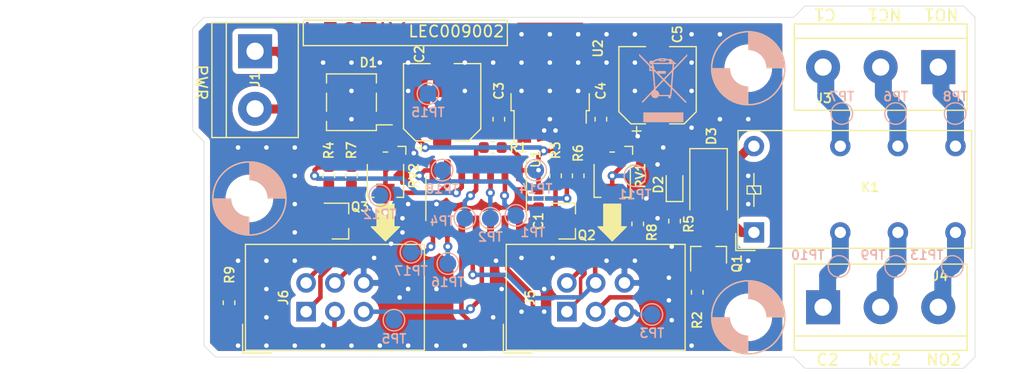
<source format=kicad_pcb>
(kicad_pcb (version 20211014) (generator pcbnew)
  (layers (0 "F.Cu" signal) (31 "B.Cu" signal) (34 "B.Paste" user) (35 "F.Paste" user) (36 "B.SilkS" user "B.Silkscreen") (37 "F.SilkS" user "F.Silkscreen") (38 "B.Mask" user) (39 "F.Mask" user) (44 "Edge.Cuts" user))
  (net 0 "")
  (net 1 "GND")
  (net 2 "+5V")
  (net 3 "Net-(C2-Pad1)")
  (net 4 "Net-(D1-Pad4)")
  (net 5 "Net-(D1-Pad3)")
  (net 6 "Net-(D2-Pad1)")
  (net 7 "Net-(D3-Pad2)")
  (net 8 "/MOSI-IR_LED")
  (net 9 "/C1")
  (net 10 "/R1")
  (net 11 "/T1")
  (net 12 "/T2")
  (net 13 "/R2")
  (net 14 "/C2")
  (net 15 "Net-(Q1-Pad1)")
  (net 16 "Net-(Q2-Pad1)")
  (net 17 "Net-(Q3-Pad1)")
  (net 18 "/RELAY")
  (net 19 "/IR_SENSOR")
  (net 20 "Net-(J5-Pad3)")
  (net 21 "Net-(J5-Pad2)")
  (net 22 "Net-(J5-Pad1)")
  (net 23 "Net-(J6-Pad3)")
  (net 24 "Net-(J6-Pad2)")
  (net 25 "Net-(J6-Pad1)")
  (net 26 "/nRS")
  (net 27 "/SCK")
  (net 28 "/MISO")
  (net 29 "/MODE_SENSOR_1")
  (net 30 "/MODE_SENSOR_2")
  (net 31 "/IR_SENSOR_2")
  (net 32 "/IR_LED_2")
  (net 33 "Net-(TP1-Pad1)")
  (net 34 "Net-(TP2-Pad1)")
  (footprint "Capacitor_SMD:C_0603_1608Metric" (layer "F.Cu") (at 76.5 37 -90)
    (fp_text reference "C1")
    (fp_text value "100nF")
  )
  (footprint "0_capacitors:CP_Elec_6.3x5.8" (layer "F.Cu") (at 68 28.5 90)
    (fp_text reference "C2")
    (fp_text value "100uF")
  )
  (footprint "Capacitor_SMD:C_0603_1608Metric" (layer "F.Cu") (at 73 30 90)
    (fp_text reference "C3")
    (fp_text value "100nF")
  )
  (footprint "Capacitor_SMD:C_0603_1608Metric" (layer "F.Cu") (at 82 30 90)
    (fp_text reference "C4")
    (fp_text value "100nF")
  )
  (footprint "0_capacitors:CP_Elec_6.3x5.8" (layer "F.Cu") (at 87 27 90)
    (fp_text reference "C5")
    (fp_text value "100uF")
  )
  (footprint "Package_TO_SOT_SMD:TO-269AA" (layer "F.Cu") (at 60 28.5 180)
    (fp_text reference "D1")
    (fp_text value "MB10S")
  )
  (footprint "LED_SMD:LED_0603_1608Metric" (layer "F.Cu") (at 88.5 35.7875 90)
    (fp_text reference "D2")
    (fp_text value "LED")
  )
  (footprint "Diode_SMD:D_SMA" (layer "F.Cu") (at 91.5 36 -90)
    (fp_text reference "D3")
    (fp_text value "D")
  )
  (footprint "0_mechanical:MountingHole_3.2mm_M3" (layer "F.Cu") (at 95 25.5)
    (fp_text reference "H1" hide)
    (fp_text value "MountingHole" hide)
  )
  (footprint "0_mechanical:MountingHole_3.2mm_M3" (layer "F.Cu") (at 95 47.5)
    (fp_text reference "H2" hide)
    (fp_text value "MountingHole" hide)
  )
  (footprint "0_mechanical:MountingHole_3.2mm_M3" (layer "F.Cu") (at 51 37)
    (fp_text reference "H3" hide)
    (fp_text value "MountingHole" hide)
  )
  (footprint "0_connectors:TerminalBlock_bornier-2_P5.08mm-green" (layer "F.Cu") (at 51.5 24 -90)
    (fp_text reference "J1")
    (fp_text value "PWR")
  )
  (footprint "0_connectors:TerminalBlock_bornier-3_P5.08mm-blue" (layer "F.Cu") (at 106.68 25.4 180)
    (fp_text reference "J3")
    (fp_text value "CONTACT_1")
  )
  (footprint "0_relays:Relay_DPDT_HK19F" (layer "F.Cu") (at 95.5 40)
    (fp_text reference "K1")
    (fp_text value "HK19F-5V")
  )
  (footprint "0_logos:Logo_10mm" (layer "F.Cu") (at 60.25 22.25)
    (fp_text reference "LOGO1" hide)
    (fp_text value "logo_lectix_25mm" hide)
  )
  (footprint "Package_TO_SOT_SMD:SOT-23" (layer "F.Cu") (at 91.5 42 90)
    (fp_text reference "Q1")
    (fp_text value "S8050")
  )
  (footprint "Package_TO_SOT_SMD:SOT-23" (layer "F.Cu") (at 79 39)
    (fp_text reference "Q2")
    (fp_text value "S8050")
  )
  (footprint "Resistor_SMD:R_0603_1608Metric" (layer "F.Cu") (at 72.4625 32.5 180)
    (fp_text reference "R1")
    (fp_text value "10k")
  )
  (footprint "Resistor_SMD:R_0603_1608Metric" (layer "F.Cu") (at 90.5 45.2875 -90)
    (fp_text reference "R2")
    (fp_text value "1k")
  )
  (footprint "Resistor_SMD:R_0603_1608Metric" (layer "F.Cu") (at 78 35 90)
    (fp_text reference "R3")
    (fp_text value "1k")
  )
  (footprint "Resistor_SMD:R_0603_1608Metric" (layer "F.Cu") (at 58 35 90)
    (fp_text reference "R4")
    (fp_text value "1k")
  )
  (footprint "Resistor_SMD:R_0603_1608Metric" (layer "F.Cu") (at 88.5 39 90)
    (fp_text reference "R5")
    (fp_text value "10k")
  )
  (footprint "Resistor_SMD:R_0603_1608Metric" (layer "F.Cu") (at 80 35 -90)
    (fp_text reference "R6")
    (fp_text value "100")
  )
  (footprint "Resistor_SMD:R_0603_1608Metric" (layer "F.Cu") (at 60 35 -90)
    (fp_text reference "R7")
    (fp_text value "100")
  )
  (footprint "Resistor_SMD:R_0603_1608Metric" (layer "F.Cu") (at 85.25 39.25 -90)
    (fp_text reference "R8")
    (fp_text value "1k")
  )
  (footprint "Resistor_SMD:R_0603_1608Metric" (layer "F.Cu") (at 49.2 46.2125 -90)
    (fp_text reference "R9")
    (fp_text value "1k")
  )
  (footprint "0_potentiometers:Potentiometer_Bourns_TC33X_Vertical" (layer "F.Cu") (at 83 35 -90)
    (fp_text reference "RV1")
    (fp_text value "100k")
  )
  (footprint "0_potentiometers:Potentiometer_Bourns_TC33X_Vertical" (layer "F.Cu") (at 63 35 -90)
    (fp_text reference "RV2")
    (fp_text value "100k")
  )
  (footprint "Package_TO_SOT_SMD:TO-252-2" (layer "F.Cu") (at 77.525 26.775 90)
    (fp_text reference "U2")
    (fp_text value "MC78M05_TO252")
  )
  (footprint "Package_TO_SOT_SMD:SOT-23" (layer "F.Cu") (at 59 39)
    (fp_text reference "Q3")
    (fp_text value "S8050")
  )
  (footprint "Connector_IDC:IDC-Header_2x03_P2.54mm_Vertical" (layer "F.Cu") (at 56 47 90)
    (fp_text reference "J6")
    (fp_text value "IDC6")
  )
  (footprint "Connector_IDC:IDC-Header_2x03_P2.54mm_Vertical" (layer "F.Cu") (at 79 47 90)
    (fp_text reference "J5")
    (fp_text value "IDC6")
  )
  (footprint "Package_SO:SOIC-14_3.9x8.7mm_P1.27mm" (layer "F.Cu") (at 71 37 -90)
    (fp_text reference "U1")
    (fp_text value "ATtiny24A-SSU")
  )
  (footprint "0_connectors:TerminalBlock_bornier-3_P5.08mm-blue" (layer "F.Cu") (at 106.68 46.609)
    (fp_text reference "J4")
    (fp_text value "CONTACT2")
  )
  (footprint "TestPoint:TestPoint_Pad_D1.5mm" (layer "B.Cu") (at 63.75 47.75)
    (fp_text reference "TP5")
    (fp_text value "TestPoint_Probe")
  )
  (footprint "TestPoint:TestPoint_Pad_D1.5mm" (layer "B.Cu") (at 108 29.5)
    (fp_text reference "TP6")
    (fp_text value "TestPoint_Probe")
  )
  (footprint "TestPoint:TestPoint_Pad_D1.5mm" (layer "B.Cu") (at 103.25 29.5)
    (fp_text reference "TP7")
    (fp_text value "TestPoint_Probe")
  )
  (footprint "TestPoint:TestPoint_Pad_D1.5mm" (layer "B.Cu") (at 113.25 29.5)
    (fp_text reference "TP8")
    (fp_text value "TestPoint_Probe")
  )
  (footprint "TestPoint:TestPoint_Pad_D1.5mm" (layer "B.Cu") (at 108 43)
    (fp_text reference "TP9")
    (fp_text value "TestPoint_Probe")
  )
  (footprint "TestPoint:TestPoint_Pad_D1.5mm" (layer "B.Cu") (at 103 43)
    (fp_text reference "TP10")
    (fp_text value "TestPoint_Probe")
  )
  (footprint "TestPoint:TestPoint_Pad_D1.5mm" (layer "B.Cu") (at 85 35)
    (fp_text reference "TP11")
    (fp_text value "TestPoint_Probe")
  )
  (footprint "TestPoint:TestPoint_Pad_D1.5mm" (layer "B.Cu") (at 113 43)
    (fp_text reference "TP13")
    (fp_text value "TestPoint_Probe")
  )
  (footprint "TestPoint:TestPoint_Pad_D1.5mm" (layer "B.Cu") (at 76.25 34.5)
    (fp_text reference "TP14")
    (fp_text value "TestPoint_Probe")
  )
  (footprint "TestPoint:TestPoint_Pad_D1.5mm" (layer "B.Cu") (at 66.75 27.75)
    (fp_text reference "TP15")
    (fp_text value "TestPoint_Probe")
  )
  (footprint "TestPoint:TestPoint_Pad_D1.5mm" (layer "B.Cu") (at 62.5 36.75)
    (fp_text reference "TP12")
    (fp_text value "TestPoint_Probe")
  )
  (footprint "Symbol:WEEE-Logo_4.2x6mm_SilkScreen" (layer "B.Cu") (at 87.5 27.25 180)
    (fp_text reference "REF**" hide)
    (fp_text value "WEEE-Logo_4.2x6mm_SilkScreen" hide)
  )
  (footprint "TestPoint:TestPoint_Pad_D1.5mm" (layer "B.Cu") (at 74.5 38.5)
    (fp_text reference "TP1")
    (fp_text value "TestPoint_Probe")
  )
  (footprint "TestPoint:TestPoint_Pad_D1.5mm" (layer "B.Cu") (at 72.25 38.75)
    (fp_text reference "TP2")
    (fp_text value "TestPoint_Probe")
  )
  (footprint "TestPoint:TestPoint_Pad_D1.5mm" (layer "B.Cu") (at 86.5 47.25)
    (fp_text reference "TP3")
    (fp_text value "TestPoint_Probe")
  )
  (footprint "TestPoint:TestPoint_Pad_D1.5mm" (layer "B.Cu") (at 70 38.75)
    (fp_text reference "TP4")
    (fp_text value "TestPoint_Probe")
  )
  (footprint "TestPoint:TestPoint_Pad_D1.5mm" (layer "B.Cu") (at 68.5 42.75)
    (fp_text reference "TP16")
    (fp_text value "TestPoint_Probe")
  )
  (footprint "TestPoint:TestPoint_Pad_D1.5mm" (layer "B.Cu") (at 65.25 41.75)
    (fp_text reference "TP17")
    (fp_text value "TestPoint_Probe")
  )
  (footprint "TestPoint:TestPoint_Pad_D1.5mm" (layer "B.Cu") (at 68 34.5)
    (fp_text reference "TP18")
    (fp_text value "TestPoint_Probe")
  )
  (gr_line (start 73.75 23.5) (end 73.75 21.25) (layer "F.SilkS") (width 0.12))
  (gr_poly (pts (xy 83.75 39.5) (xy 84.25 39.5) (xy 83 40.75) (xy 81.75 39.5) (xy 82.25 39.5) (xy 82.25 37.5) (xy 83.75 37.5)) (layer "F.SilkS") (width 0.1) (fill solid))
  (gr_line (start 73.75 21.25) (end 55.75 21.25) (layer "F.SilkS") (width 0.12))
  (gr_line (start 55.75 23.5) (end 73.75 23.5) (layer "F.SilkS") (width 0.12))
  (gr_line (start 55.75 21.25) (end 55.75 23.5) (layer "F.SilkS") (width 0.12))
  (gr_poly (pts (xy 63.75 39.5) (xy 64.25 39.5) (xy 63 40.75) (xy 61.75 39.5) (xy 62.25 39.5) (xy 62.25 37.5) (xy 63.75 37.5)) (layer "F.SilkS") (width 0.1) (fill solid))
  (gr_line (start 115 51) (end 115 21) (layer "Edge.Cuts") (width 0.05))
  (gr_line (start 61.5 51) (end 48 51) (layer "Edge.Cuts") (width 0.05))
  (gr_line (start 91.5 51) (end 61.5 51) (layer "Edge.Cuts") (width 0.05))
  (gr_line (start 91.5 51) (end 99 51) (layer "Edge.Cuts") (width 0.05))
  (gr_line (start 48 51) (end 47 50) (layer "Edge.Cuts") (width 0.05))
  (gr_line (start 100 20) (end 99 21) (layer "Edge.Cuts") (width 0.05))
  (gr_line (start 100 52) (end 99 51) (layer "Edge.Cuts") (width 0.05))
  (gr_line (start 46 22) (end 46 31) (layer "Edge.Cuts") (width 0.05))
  (gr_line (start 115 51) (end 114 52) (layer "Edge.Cuts") (width 0.05))
  (gr_line (start 115 21) (end 114 20) (layer "Edge.Cuts") (width 0.05))
  (gr_line (start 114 20) (end 100 20) (layer "Edge.Cuts") (width 0.05))
  (gr_line (start 46 31) (end 47 32) (layer "Edge.Cuts") (width 0.05))
  (gr_line (start 114 52) (end 100 52) (layer "Edge.Cuts") (width 0.05))
  (gr_line (start 47 21) (end 46 22) (layer "Edge.Cuts") (width 0.05))
  (gr_line (start 47 32) (end 47 50) (layer "Edge.Cuts") (width 0.05))
  (gr_line (start 99 21) (end 47 21) (layer "Edge.Cuts") (width 0.05))
  (gr_text "NO1" (at 112 20.75 180) (layer "F.SilkS") (effects (font (size 1 1))))
  (gr_text "NO2" (at 112.25 51.25) (layer "F.SilkS") (effects (font (size 1 1))))
  (gr_text "NC1" (at 107 20.75 180) (layer "F.SilkS") (effects (font (size 1 1))))
  (gr_text "NC2" (at 107 51.25) (layer "F.SilkS") (effects (font (size 1 1))))
  (gr_text "PWR" (at 46.75 26.75 270) (layer "F.SilkS") (effects (font (size 1 1))))
  (gr_text "LEC009002" (at 69.25 22.25) (layer "F.SilkS") (effects (font (size 1 1))))
  (gr_text "C2" (at 102 51.25) (layer "F.SilkS") (effects (font (size 1 1))))
  (gr_text "C1" (at 101.75 20.75 180) (layer "F.SilkS") (effects (font (size 1 1))))
  (segment (start 76.5 37.7875) (end 76.5 39) (width 0.4) (layer "F.Cu") (net 1))
  (segment (start 76 39.5) (end 74.75 39.5) (width 0.4) (layer "F.Cu") (net 1))
  (segment (start 76.5 39) (end 76 39.5) (width 0.4) (layer "F.Cu") (net 1))
  (via (at 77.5 25) (size 0.8) (drill 0.4) (layers "F.Cu" "B.Cu") (net 1))
  (via (at 88.25 41.25) (size 0.8) (drill 0.4) (layers "F.Cu" "B.Cu") (net 1))
  (via (at 88 44) (size 0.8) (drill 0.4) (layers "F.Cu" "B.Cu") (net 1))
  (via (at 70 27.5) (size 0.8) (drill 0.4) (layers "F.Cu" "B.Cu") (net 1))
  (via (at 92.5 30) (size 0.8) (drill 0.4) (layers "F.Cu" "B.Cu") (net 1))
  (via (at 55 50) (size 0.8) (drill 0.4) (layers "F.Cu" "B.Cu") (net 1))
  (via (at 95 30) (size 0.8) (drill 0.4) (layers "F.Cu" "B.Cu") (net 1))
  (via (at 85 22.5) (size 0.8) (drill 0.4) (layers "F.Cu" "B.Cu") (net 1))
  (via (at 65 25) (size 0.8) (drill 0.4) (layers "F.Cu" "B.Cu") (net 1))
  (via (at 77.5 27.5) (size 0.8) (drill 0.4) (layers "F.Cu" "B.Cu") (net 1))
  (via (at 64.25 45.75) (size 0.8) (drill 0.4) (layers "F.Cu" "B.Cu") (net 1))
  (via (at 72.5 47.5) (size 0.8) (drill 0.4) (layers "F.Cu" "B.Cu") (net 1))
  (via (at 90 25) (size 0.8) (drill 0.4) (layers "F.Cu" "B.Cu") (net 1))
  (via (at 50 32.5) (size 0.8) (drill 0.4) (layers "F.Cu" "B.Cu") (net 1))
  (via (at 57.5 50) (size 0.8) (drill 0.4) (layers "F.Cu" "B.Cu") (net 1))
  (via (at 90 30.75) (size 0.8) (drill 0.4) (layers "F.Cu" "B.Cu") (net 1))
  (via (at 52.5 50) (size 0.8) (drill 0.4) (layers "F.Cu" "B.Cu") (net 1))
  (via (at 77.5 22.5) (size 0.8) (drill 0.4) (layers "F.Cu" "B.Cu") (net 1))
  (via (at 52.5 47.5) (size 0.8) (drill 0.4) (layers "F.Cu" "B.Cu") (net 1))
  (via (at 82.5 22.5) (size 0.8) (drill 0.4) (layers "F.Cu" "B.Cu") (net 1))
  (via (at 64.5 38.75) (size 0.8) (drill 0.4) (layers "F.Cu" "B.Cu") (net 1))
  (via (at 55 35) (size 0.8) (drill 0.4) (layers "F.Cu" "B.Cu") (net 1))
  (via (at 77 31) (size 0.8) (drill 0.4) (layers "F.Cu" "B.Cu") (net 1))
  (via (at 55 37.5) (size 0.8) (drill 0.4) (layers "F.Cu" "B.Cu") (net 1))
  (via (at 80 22.5) (size 0.8) (drill 0.4) (layers "F.Cu" "B.Cu") (net 1))
  (via (at 77.75 42.25) (size 0.8) (drill 0.4) (layers "F.Cu" "B.Cu") (net 1))
  (via (at 67.5 50) (size 0.8) (drill 0.4) (layers "F.Cu" "B.Cu") (net 1))
  (via (at 55 42.5) (size 0.8) (drill 0.4) (layers "F.Cu" "B.Cu") (net 1))
  (via (at 80 25) (size 0.8) (drill 0.4) (layers "F.Cu" "B.Cu") (net 1))
  (via (at 70 50) (size 0.8) (drill 0.4) (layers "F.Cu" "B.Cu") (net 1))
  (via (at 75 25) (size 0.8) (drill 0.4) (layers "F.Cu" "B.Cu") (net 1))
  (via (at 65 45) (size 0.8) (drill 0.4) (layers "F.Cu" "B.Cu") (net 1))
  (via (at 95 37.5) (size 0.8) (drill 0.4) (layers "F.Cu" "B.Cu") (net 1))
  (via (at 78 31) (size 0.8) (drill 0.4) (layers "F.Cu" "B.Cu") (net 1))
  (via (at 65 50) (size 0.8) (drill 0.4) (layers "F.Cu" "B.Cu") (net 1))
  (via (at 67.5 45) (size 0.8) (drill 0.4) (layers "F.Cu" "B.Cu") (net 1))
  (via (at 77 47) (size 0.8) (drill 0.4) (layers "F.Cu" "B.Cu") (net 1))
  (via (at 88 46) (size 0.8) (drill 0.4) (layers "F.Cu" "B.Cu") (net 1))
  (via (at 82.5 25) (size 0.8) (drill 0.4) (layers "F.Cu" "B.Cu") (net 1))
  (via (at 60 27.5) (size 0.8) (drill 0.4) (layers "F.Cu" "B.Cu") (net 1))
  (via (at 60 25) (size 0.8) (drill 0.4) (layers "F.Cu" "B.Cu") (net 1))
  (via (at 72.75 42.5) (size 0.8) (drill 0.4) (layers "F.Cu" "B.Cu") (net 1))
  (via (at 90 22.5) (size 0.8) (drill 0.4) (layers "F.Cu" "B.Cu") (net 1))
  (via (at 95 35) (size 0.8) (drill 0.4) (layers "F.Cu" "B.Cu") (net 1))
  (via (at 88.25 47.75) (size 0.8) (drill 0.4) (layers "F.Cu" "B.Cu") (net 1))
  (via (at 62 42.25) (size 0.8) (drill 0.4) (layers "F.Cu" "B.Cu") (net 1))
  (via (at 52.5 32.5) (size 0.8) (drill 0.4) (layers "F.Cu" "B.Cu") (net 1))
  (via (at 82.5 42.5) (size 0.8) (drill 0.4) (layers "F.Cu" "B.Cu") (net 1))
  (via (at 87 34) (size 0.8) (drill 0.4) (layers "F.Cu" "B.Cu") (net 1))
  (via (at 80 27.5) (size 0.8) (drill 0.4) (layers "F.Cu" "B.Cu") (net 1))
  (via (at 60 50) (size 0.8) (drill 0.4) (layers "F.Cu" "B.Cu") (net 1))
  (via (at 62.5 25) (size 0.8) (drill 0.4) (layers "F.Cu" "B.Cu") (net 1))
  (via (at 85.25 31.5) (size 0.8) (drill 0.4) (layers "F.Cu" "B.Cu") (net 1))
  (via (at 60 30) (size 0.8) (drill 0.4) (layers "F.Cu" "B.Cu") (net 1))
  (via (at 95 42.5) (size 0.8) (drill 0.4) (layers "F.Cu" "B.Cu") (net 1))
  (via (at 85 27.5) (size 0.8) (drill 0.4) (layers "F.Cu" "B.Cu") (net 1))
  (via (at 87 38.75) (size 0.8) (drill 0.4) (layers "F.Cu" "B.Cu") (net 1))
  (via (at 67.5 37.5) (size 0.8) (drill 0.4) (layers "F.Cu" "B.Cu") (net 1))
  (via (at 92.5 22.5) (size 0.8) (drill 0.4) (layers "F.Cu" "B.Cu") (net 1))
  (via (at 65.5 33) (size 0.8) (drill 0.4) (layers "F.Cu" "B.Cu") (net 1))
  (via (at 55 32.5) (size 0.8) (drill 0.4) (layers "F.Cu" "B.Cu") (net 1))
  (via (at 50 42.5) (size 0.8) (drill 0.4) (layers "F.Cu" "B.Cu") (net 1))
  (via (at 64.5 40) (size 0.8) (drill 0.4) (layers "F.Cu" "B.Cu") (net 1))
  (via (at 90 50) (size 0.8) (drill 0.4) (layers "F.Cu" "B.Cu") (net 1))
  (via (at 52.5 45) (size 0.8) (drill 0.4) (layers "F.Cu" "B.Cu") (net 1))
  (via (at 50 50) (size 0.8) (drill 0.4) (layers "F.Cu" "B.Cu") (net 1))
  (via (at 63.5 41) (size 0.8) (drill 0.4) (layers "F.Cu" "B.Cu") (net 1))
  (via (at 57.5 25) (size 0.8) (drill 0.4) (layers "F.Cu" "B.Cu") (net 1))
  (via (at 73.25 45) (size 0.8) (drill 0.4) (layers "F.Cu" "B.Cu") (net 1))
  (via (at 75 22.5) (size 0.8) (drill 0.4) (layers "F.Cu" "B.Cu") (net 1))
  (via (at 85 25) (size 0.8) (drill 0.4) (layers "F.Cu" "B.Cu") (net 1))
  (via (at 72.5 25) (size 0.8) (drill 0.4) (layers "F.Cu" "B.Cu") (net 1))
  (via (at 62.5 50) (size 0.8) (drill 0.4) (layers "F.Cu" "B.Cu") (net 1))
  (via (at 55 40) (size 0.8) (drill 0.4) (layers "F.Cu" "B.Cu") (net 1))
  (via (at 52.5 42.5) (size 0.8) (drill 0.4) (layers "F.Cu" "B.Cu") (net 1))
  (via (at 70 25) (size 0.8) (drill 0.4) (layers "F.Cu" "B.Cu") (net 1))
  (via (at 75 42.25) (size 0.8) (drill 0.4) (layers "F.Cu" "B.Cu") (net 1))
  (via (at 75 47) (size 0.8) (drill 0.4) (layers "F.Cu" "B.Cu") (net 1))
  (via (at 77 45) (size 0.8) (drill 0.4) (layers "F.Cu" "B.Cu") (net 1))
  (via (at 77.5 30) (size 0.8) (drill 0.4) (layers "F.Cu" "B.Cu") (net 1))
  (via (at 87.5 32.5) (size 0.8) (drill 0.4) (layers "F.Cu" "B.Cu") (net 1))
  (via (at 86 37) (size 0.8) (drill 0.4) (layers "F.Cu" "B.Cu") (net 1))
  (via (at 65 27.5) (size 0.8) (drill 0.4) (layers "F.Cu" "B.Cu") (net 1))
  (via (at 85 42.5) (size 0.8) (drill 0.4) (layers "F.Cu" "B.Cu") (net 1))
  (via (at 75 27.5) (size 0.8) (drill 0.4) (layers "F.Cu" "B.Cu") (net 1))
  (via (at 65 37.5) (size 0.8) (drill 0.4) (layers "F.Cu" "B.Cu") (net 1))
  (via (at 90 27.5) (size 0.8) (drill 0.4) (layers "F.Cu" "B.Cu") (net 1))
  (segment (start 80 32.8) (end 80.4 33.2) (width 0.4) (layer "F.Cu") (net 2))
  (segment (start 88.5 35) (end 88.5 34.2) (width 0.4) (layer "F.Cu") (net 2))
  (segment (start 80.4 33.2) (end 81.9 33.2) (width 0.4) (layer "F.Cu") (net 2))
  (segment (start 62.5 30.9) (end 65 30.9) (width 0.4) (layer "F.Cu") (net 2))
  (segment (start 61.6875 33.2125) (end 61.9 33) (width 0.4) (layer "F.Cu") (net 2))
  (segment (start 88.7 34) (end 91.4 34) (width 0.4) (layer "F.Cu") (net 2))
  (segment (start 76.95 32.8) (end 76.5 33.25) (width 0.4) (layer "F.Cu") (net 2))
  (segment (start 80 32.8) (end 76.95 32.8) (width 0.4) (layer "F.Cu") (net 2))
  (segment (start 95.6 32.4) (end 95.5 32.4) (width 0.8) (layer "F.Cu") (net 2))
  (segment (start 81.925 30.975) (end 82 30.9) (width 0.8) (layer "F.Cu") (net 2))
  (segment (start 91 29.2) (end 91.5 29.7) (width 0.8) (layer "F.Cu") (net 2))
  (segment (start 65 30.9) (end 66.5 32.4) (width 0.4) (layer "F.Cu") (net 2))
  (segment (start 73.25 32.5) (end 74 32.5) (width 0.4) (layer "F.Cu") (net 2))
  (segment (start 66.5 32.4) (end 66.5 32.5) (width 0.4) (layer "F.Cu") (net 2))
  (segment (start 74 32.5) (end 74.25 32.75) (width 0.4) (layer "F.Cu") (net 2))
  (segment (start 87 29.2) (end 91 29.2) (width 0.8) (layer "F.Cu") (net 2))
  (segment (start 79.805 30.975) (end 81.925 30.975) (width 0.8) (layer "F.Cu") (net 2))
  (segment (start 60 33.2125) (end 61.6875 33.2125) (width 0.4) (layer "F.Cu") (net 2))
  (segment (start 76.5 34.5) (end 76.5 36.25) (width 0.4) (layer "F.Cu") (net 2))
  (segment (start 85.4 29.2) (end 87 29.2) (width 0.8) (layer "F.Cu") (net 2))
  (segment (start 80 33.6) (end 80.4 33.2) (width 0.4) (layer "F.Cu") (net 2))
  (segment (start 83.7 30.9) (end 85.4 29.2) (width 0.8) (layer "F.Cu") (net 2))
  (segment (start 76.5 33.25) (end 76.5 34.5) (width 0.4) (layer "F.Cu") (net 2))
  (segment (start 88.5 34.2) (end 88.7 34) (width 0.4) (layer "F.Cu") (net 2))
  (segment (start 74.75 33.25) (end 74.75 34.5) (width 0.4) (layer "F.Cu") (net 2))
  (segment (start 76.475 34.525) (end 76.5 34.5) (width 0.4) (layer "F.Cu") (net 2))
  (segment (start 82 30.9) (end 83.7 30.9) (width 0.8) (layer "F.Cu") (net 2))
  (segment (start 74.81 34.525) (end 76.475 34.525) (width 0.4) (layer "F.Cu") (net 2))
  (segment (start 91.5 34) (end 93.6 34) (width 0.8) (layer "F.Cu") (net 2))
  (segment (start 60 33.2125) (end 60 34.18749) (width 0.4) (layer "F.Cu") (net 2))
  (segment (start 61.9 31.5) (end 62.5 30.9) (width 0.4) (layer "F.Cu") (net 2))
  (segment (start 80 34.2125) (end 80 33.6) (width 0.4) (layer "F.Cu") (net 2))
  (segment (start 61.9 33) (end 61.9 31.5) (width 0.4) (layer "F.Cu") (net 2))
  (segment (start 82 33.2) (end 82 31.1) (width 0.4) (layer "F.Cu") (net 2))
  (segment (start 93.6 34) (end 95.2 32.4) (width 0.8) (layer "F.Cu") (net 2))
  (segment (start 74.25 32.75) (end 74.75 33.25) (width 0.4) (layer "F.Cu") (net 2))
  (segment (start 95.2 32.4) (end 95.6 32.4) (width 0.8) (layer "F.Cu") (net 2))
  (segment (start 91.5 29.7) (end 91.5 34) (width 0.8) (layer "F.Cu") (net 2))
  (via (at 76.5 34.5) (size 0.8) (drill 0.4) (layers "F.Cu" "B.Cu") (net 2))
  (via (at 66.5 32.5) (size 0.8) (drill 0.4) (layers "F.Cu" "B.Cu") (net 2))
  (via (at 76.95 32.8) (size 0.8) (drill 0.4) (layers "F.Cu" "B.Cu") (net 2))
  (segment (start 66.5 32.5) (end 76.65 32.5) (width 0.4) (layer "B.Cu") (net 2))
  (segment (start 76.65 32.5) (end 76.95 32.8) (width 0.4) (layer "B.Cu") (net 2))
  (segment (start 67.1 31.4) (end 68.6 31.4) (width 0.8) (layer "F.Cu") (net 3))
  (segment (start 65.47 29.77) (end 67.1 31.4) (width 0.8) (layer "F.Cu") (net 3))
  (segment (start 75.1 30.8) (end 75.2 30.9) (width 0.8) (layer "F.Cu") (net 3))
  (segment (start 70.4 31.4) (end 71 30.8) (width 0.8) (layer "F.Cu") (net 3))
  (segment (start 71 30.8) (end 75.1 30.8) (width 0.8) (layer "F.Cu") (net 3))
  (segment (start 68.6 31.4) (end 70.4 31.4) (width 0.8) (layer "F.Cu") (net 3))
  (segment (start 63.075 29.77) (end 65.47 29.77) (width 0.8) (layer "F.Cu") (net 3))
  (segment (start 56.925 29.77) (end 54.87 29.77) (width 0.8) (layer "F.Cu") (net 4))
  (segment (start 54.2 29.1) (end 51.5 29.1) (width 0.8) (layer "F.Cu") (net 4))
  (segment (start 54.87 29.77) (end 54.2 29.1) (width 0.8) (layer "F.Cu") (net 4))
  (segment (start 51.5 24) (end 53.5 24) (width 0.8) (layer "F.Cu") (net 5))
  (segment (start 56.925 27.23) (end 55.83 27.23) (width 0.8) (layer "F.Cu") (net 5))
  (segment (start 55.83 27.23) (end 54.5 25.9) (width 0.8) (layer "F.Cu") (net 5))
  (segment (start 53.5 24) (end 54.5 25) (width 0.8) (layer "F.Cu") (net 5))
  (segment (start 54.5 25) (end 54.5 25.9) (width 0.8) (layer "F.Cu") (net 5))
  (segment (start 88.5 36.575) (end 88.5 38.1) (width 0.4) (layer "F.Cu") (net 6))
  (segment (start 91.5 39.9) (end 91.5 41) (width 0.8) (layer "F.Cu") (net 7))
  (segment (start 91.3875 39.7875) (end 91.5 39.9) (width 0.4) (layer "F.Cu") (net 7))
  (segment (start 93 38) (end 91.5 38) (width 0.8) (layer "F.Cu") (net 7))
  (segment (start 91.5 38) (end 91.5 39.9) (width 0.8) (layer "F.Cu") (net 7))
  (segment (start 94.4 40) (end 93.5 39.1) (width 0.8) (layer "F.Cu") (net 7))
  (segment (start 95.5 40) (end 94.4 40) (width 0.8) (layer "F.Cu") (net 7))
  (segment (start 93.5 38.5) (end 93 38) (width 0.8) (layer "F.Cu") (net 7))
  (segment (start 88.5 39.7875) (end 91.3875 39.7875) (width 0.4) (layer "F.Cu") (net 7))
  (segment (start 93.5 39.1) (end 93.5 38.5) (width 0.8) (layer "F.Cu") (net 7))
  (segment (start 66.475 34.525) (end 66 35) (width 0.4) (layer "F.Cu") (net 8))
  (segment (start 79 34.25) (end 78 34.25) (width 0.4) (layer "F.Cu") (net 8))
  (segment (start 67.19 34.525) (end 66.475 34.525) (width 0.4) (layer "F.Cu") (net 8))
  (segment (start 79 37) (end 79 34.25) (width 0.4) (layer "F.Cu") (net 8))
  (via (at 66 35) (size 0.8) (drill 0.4) (layers "F.Cu" "B.Cu") (net 8))
  (via (at 79 37) (size 0.8) (drill 0.4) (layers "F.Cu" "B.Cu") (net 8))
  (segment (start 73.75 35.5) (end 75.25 37) (width 0.4) (layer "B.Cu") (net 8))
  (segment (start 75.25 37) (end 79 37) (width 0.4) (layer "B.Cu") (net 8))
  (segment (start 68 35.5) (end 73.75 35.5) (width 0.4) (layer "B.Cu") (net 8))
  (segment (start 68 34.5) (end 68 35.5) (width 0.4) (layer "B.Cu") (net 8))
  (segment (start 66.5 35.5) (end 68 35.5) (width 0.4) (layer "B.Cu") (net 8))
  (segment (start 66 35) (end 66.5 35.5) (width 0.4) (layer "B.Cu") (net 8))
  (segment (start 103.12 29.22) (end 101.84 27.94) (width 1.5) (layer "B.Cu") (net 9))
  (segment (start 101.84 25) (end 101.84 27.94) (width 1.5) (layer "B.Cu") (net 9))
  (segment (start 103.12 32.38) (end 103.12 29.22) (width 1.5) (layer "B.Cu") (net 9))
  (segment (start 108.2 32.38) (end 108.2 29.1) (width 1.5) (layer "B.Cu") (net 10))
  (segment (start 106.92 25) (end 106.92 27.82) (width 1.5) (layer "B.Cu") (net 10))
  (segment (start 108.2 29.1) (end 106.92 27.82) (width 1.5) (layer "B.Cu") (net 10))
  (segment (start 113.28 32.38) (end 113.28 28.88) (width 1.5) (layer "B.Cu") (net 11))
  (segment (start 113.28 28.88) (end 112 27.6) (width 1.5) (layer "B.Cu") (net 11))
  (segment (start 112 25) (end 112 27.6) (width 1.5) (layer "B.Cu") (net 11))
  (segment (start 113.28 42.62) (end 112.16 43.74) (width 1.5) (layer "B.Cu") (net 12))
  (segment (start 112.16 47) (end 112.16 43.74) (width 1.5) (layer "B.Cu") (net 12))
  (segment (start 113.28 40) (end 113.28 42.62) (width 1.5) (layer "B.Cu") (net 12))
  (segment (start 107.08 47) (end 107.08 43.82) (width 1.5) (layer "B.Cu") (net 13))
  (segment (start 108.2 40) (end 108.2 42.7) (width 1.5) (layer "B.Cu") (net 13))
  (segment (start 108.2 42.7) (end 107.08 43.82) (width 1.5) (layer "B.Cu") (net 13))
  (segment (start 103.12 40) (end 103.12 42.68) (width 1.5) (layer "B.Cu") (net 14))
  (segment (start 103.12 42.68) (end 102 43.8) (width 1.5) (layer "B.Cu") (net 14))
  (segment (start 102 47) (end 102 43.8) (width 1.5) (layer "B.Cu") (net 14))
  (segment (start 90.5 43.1) (end 90.6 43) (width 0.4) (layer "F.Cu") (net 15))
  (segment (start 90.5 44.5) (end 90.5 43.1) (width 0.4) (layer "F.Cu") (net 15))
  (segment (start 78 35.7875) (end 78 38.1) (width 0.4) (layer "F.Cu") (net 16))
  (segment (start 58 35.7875) (end 58 38) (width 0.4) (layer "F.Cu") (net 17))
  (segment (start 69.699999 47.134001) (end 72.565998 50) (width 0.4) (layer "F.Cu") (net 18))
  (segment (start 69.73 39.475) (end 69.73 41.98) (width 0.4) (layer "F.Cu") (net 18))
  (segment (start 88 50) (end 90.5 47.5) (width 0.4) (layer "F.Cu") (net 18))
  (segment (start 69.73 41.98) (end 69.699999 42.010001) (width 0.4) (layer "F.Cu") (net 18))
  (segment (start 72.565998 50) (end 88 50) (width 0.4) (layer "F.Cu") (net 18))
  (segment (start 69.699999 42.010001) (end 69.699999 47.134001) (width 0.4) (layer "F.Cu") (net 18))
  (segment (start 90.5 47.5) (end 90.5 46) (width 0.4) (layer "F.Cu") (net 18))
  (segment (start 84 34) (end 83 35) (width 0.4) (layer "F.Cu") (net 19))
  (segment (start 83 36.5) (end 83 37.6) (width 0.4) (layer "F.Cu") (net 19))
  (segment (start 70.7 42.201458) (end 71 41.901458) (width 0.4) (layer "F.Cu") (net 19))
  (segment (start 81.5 39.1) (end 81.5 44.5) (width 0.4) (layer "F.Cu") (net 19))
  (segment (start 84 33.2) (end 84 34) (width 0.4) (layer "F.Cu") (net 19))
  (segment (start 83 37.6) (end 81.5 39.1) (width 0.4) (layer "F.Cu") (net 19))
  (segment (start 83 35) (end 83 36.5) (width 0.4) (layer "F.Cu") (net 19))
  (segment (start 71 39.475) (end 71 41.5) (width 0.4) (layer "F.Cu") (net 19))
  (segment (start 71 41.5) (end 71 41.901458) (width 0.4) (layer "F.Cu") (net 19))
  (segment (start 70.7 43.75) (end 70.7 42.201458) (width 0.4) (layer "F.Cu") (net 19))
  (via (at 83 35) (size 0.8) (drill 0.4) (layers "F.Cu" "B.Cu") (net 19))
  (via (at 70.7 43.75) (size 0.8) (drill 0.4) (layers "F.Cu" "B.Cu") (net 19))
  (segment (start 77.816399 45.736399) (end 80.263601 45.736399) (width 0.4) (layer "B.Cu") (net 19))
  (segment (start 85 35) (end 83 35) (width 0.4) (layer "B.Cu") (net 19))
  (segment (start 77.752797 45.800001) (end 75.800001 45.800001) (width 0.4) (layer "B.Cu") (net 19))
  (segment (start 73.75 43.75) (end 70.7 43.75) (width 0.4) (layer "B.Cu") (net 19))
  (segment (start 77.752797 45.800001) (end 77.816399 45.736399) (width 0.4) (layer "B.Cu") (net 19))
  (segment (start 80.263601 45.736399) (end 81.5 44.5) (width 0.4) (layer "B.Cu") (net 19))
  (segment (start 75.800001 45.800001) (end 73.75 43.75) (width 0.4) (layer "B.Cu") (net 19))
  (segment (start 82.803601 45.736399) (end 84.986399 45.736399) (width 0.4) (layer "F.Cu") (net 20))
  (segment (start 86.4 39.9) (end 87 40.5) (width 0.4) (layer "F.Cu") (net 20))
  (segment (start 87 43.722798) (end 87 40.5) (width 0.4) (layer "F.Cu") (net 20))
  (segment (start 81.54 47) (end 82.803601 45.736399) (width 0.4) (layer "F.Cu") (net 20))
  (segment (start 84.986399 45.736399) (end 87 43.722798) (width 0.4) (layer "F.Cu") (net 20))
  (segment (start 85.2 39.9) (end 86.4 39.9) (width 0.4) (layer "F.Cu") (net 20))
  (segment (start 80 39) (end 80 43.5) (width 0.4) (layer "F.Cu") (net 21))
  (segment (start 80 43.5) (end 79 44.5) (width 0.4) (layer "F.Cu") (net 21))
  (segment (start 80 35.7875) (end 80 36.6) (width 0.3) (layer "F.Cu") (net 22))
  (segment (start 80.800001 37.400001) (end 80.800001 41.599999) (width 0.3) (layer "F.Cu") (net 22))
  (segment (start 80.800001 41.599999) (end 80.6 41.8) (width 0.3) (layer "F.Cu") (net 22))
  (segment (start 80.213601 44.06423) (end 80.213601 45.786399) (width 0.3) (layer "F.Cu") (net 22))
  (segment (start 80 36.6) (end 80.800001 37.400001) (width 0.3) (layer "F.Cu") (net 22))
  (segment (start 80.213601 45.786399) (end 79 47) (width 0.3) (layer "F.Cu") (net 22))
  (segment (start 80.6 43.677831) (end 80.213601 44.06423) (width 0.3) (layer "F.Cu") (net 22))
  (segment (start 80.6 41.8) (end 80.6 43.677831) (width 0.3) (layer "F.Cu") (net 22))
  (segment (start 49.2 48.3) (end 50.1 49.2) (width 0.4) (layer "F.Cu") (net 23))
  (segment (start 58 49.2) (end 58.5 48.7) (width 0.4) (layer "F.Cu") (net 23))
  (segment (start 50.1 49.2) (end 58 49.2) (width 0.4) (layer "F.Cu") (net 23))
  (segment (start 49.2 47) (end 49.2 48.3) (width 0.4) (layer "F.Cu") (net 23))
  (segment (start 58.5 48.7) (end 58.5 47) (width 0.4) (layer "F.Cu") (net 23))
  (segment (start 60 40.3) (end 56 44.3) (width 0.4) (layer "F.Cu") (net 24))
  (segment (start 60 39) (end 60 40.3) (width 0.4) (layer "F.Cu") (net 24))
  (segment (start 57.263601 45.736399) (end 56 47) (width 0.4) (layer "F.Cu") (net 25))
  (segment (start 61.5 39.648542) (end 57.263601 43.884941) (width 0.4) (layer "F.Cu") (net 25))
  (segment (start 57.263601 43.884941) (end 57.263601 45.736399) (width 0.4) (layer "F.Cu") (net 25))
  (segment (start 61.5 38) (end 61.5 39.648542) (width 0.4) (layer "F.Cu") (net 25))
  (segment (start 60 36.5) (end 61.5 38) (width 0.4) (layer "F.Cu") (net 25))
  (segment (start 60 35.7875) (end 60 36.5) (width 0.4) (layer "F.Cu") (net 25))
  (segment (start 71.675 32.5) (end 71.25 32.5) (width 0.4) (layer "F.Cu") (net 26))
  (segment (start 71.25 32.5) (end 71 32.75) (width 0.4) (layer "F.Cu") (net 26))
  (segment (start 71 34.525) (end 71 36.25) (width 0.4) (layer "F.Cu") (net 26))
  (segment (start 71 32.75) (end 71 34.5) (width 0.4) (layer "F.Cu") (net 26))
  (segment (start 71 36.25) (end 70.5 36.75) (width 0.4) (layer "F.Cu") (net 26))
  (via (at 70.5 36.75) (size 0.8) (drill 0.4) (layers "F.Cu" "B.Cu") (net 26))
  (segment (start 70 37.25) (end 70.5 36.75) (width 0.4) (layer "B.Cu") (net 26))
  (segment (start 70 38.75) (end 70 37.25) (width 0.4) (layer "B.Cu") (net 26))
  (segment (start 68.46 41.21) (end 68.5 41.25) (width 0.4) (layer "F.Cu") (net 27))
  (segment (start 68.46 39.475) (end 68.46 41.21) (width 0.4) (layer "F.Cu") (net 27))
  (via (at 68.5 41.25) (size 0.8) (drill 0.4) (layers "F.Cu" "B.Cu") (net 27))
  (segment (start 68.5 41.25) (end 68.5 42.75) (width 0.4) (layer "B.Cu") (net 27))
  (segment (start 67.19 39.475) (end 67.19 41.06) (width 0.4) (layer "F.Cu") (net 28))
  (segment (start 67.19 41.06) (end 67 41.25) (width 0.4) (layer "F.Cu") (net 28))
  (via (at 67 41.25) (size 0.8) (drill 0.4) (layers "F.Cu" "B.Cu") (net 28))
  (segment (start 65.25 41.75) (end 66.5 41.75) (width 0.4) (layer "B.Cu") (net 28))
  (segment (start 66.5 41.75) (end 67 41.25) (width 0.4) (layer "B.Cu") (net 28))
  (segment (start 73.75 41.5) (end 73.75 43.25) (width 0.4) (layer "F.Cu") (net 29))
  (segment (start 73.54 41.29) (end 73.75 41.5) (width 0.4) (layer "F.Cu") (net 29))
  (segment (start 76 45.5) (end 76 48) (width 0.4) (layer "F.Cu") (net 29))
  (segment (start 76 48) (end 77 49) (width 0.4) (layer "F.Cu") (net 29))
  (segment (start 81.25 49) (end 82 49) (width 0.4) (layer "F.Cu") (net 29))
  (segment (start 73.54 39.475) (end 73.54 41.29) (width 0.4) (layer "F.Cu") (net 29))
  (segment (start 82 49) (end 84 47) (width 0.4) (layer "F.Cu") (net 29))
  (segment (start 77 49) (end 81.25 49) (width 0.4) (layer "F.Cu") (net 29))
  (segment (start 73.75 43.25) (end 76 45.5) (width 0.4) (layer "F.Cu") (net 29))
  (segment (start 85 47) (end 85.25 47.25) (width 0.4) (layer "B.Cu") (net 29))
  (segment (start 84.08 47) (end 85 47) (width 0.4) (layer "B.Cu") (net 29))
  (segment (start 86.5 47.25) (end 85.25 47.25) (width 0.4) (layer "B.Cu") (net 29))
  (segment (start 71.5 42.25) (end 72.25 41.5) (width 0.4) (layer "F.Cu") (net 30))
  (segment (start 71.5 45.75) (end 71.5 42.25) (width 0.4) (layer "F.Cu") (net 30))
  (segment (start 70.5 46.75) (end 71.5 45.75) (width 0.4) (layer "F.Cu") (net 30))
  (segment (start 72.25 41.5) (end 72.25 39.5) (width 0.4) (layer "F.Cu") (net 30))
  (via (at 70.5 46.75) (size 0.8) (drill 0.4) (layers "F.Cu" "B.Cu") (net 30))
  (segment (start 63.25 47) (end 70.25 47) (width 0.4) (layer "B.Cu") (net 30))
  (segment (start 63.75 47.75) (end 63.75 47.5) (width 0.4) (layer "B.Cu") (net 30))
  (segment (start 70.25 47) (end 70.5 46.75) (width 0.4) (layer "B.Cu") (net 30))
  (segment (start 63.75 47.5) (end 63.25 47) (width 0.4) (layer "B.Cu") (net 30))
  (segment (start 61.08 47) (end 63.25 47) (width 0.4) (layer "B.Cu") (net 30))
  (segment (start 63 40) (end 62.05 40.95) (width 0.4) (layer "F.Cu") (net 31))
  (segment (start 68.46 34.525) (end 68.46 35.79) (width 0.4) (layer "F.Cu") (net 31))
  (segment (start 63 38.25) (end 63 40) (width 0.4) (layer "F.Cu") (net 31))
  (segment (start 63 35.45) (end 63 36.5) (width 0.4) (layer "F.Cu") (net 31))
  (segment (start 63 38.25) (end 63 36.5) (width 0.4) (layer "F.Cu") (net 31))
  (segment (start 68.46 35.79) (end 67.75 36.5) (width 0.4) (layer "F.Cu") (net 31))
  (segment (start 67.75 36.5) (end 63 36.5) (width 0.4) (layer "F.Cu") (net 31))
  (segment (start 63 35.45) (end 63 34.6) (width 0.4) (layer "F.Cu") (net 31))
  (segment (start 62.05 40.95) (end 58.6 44.4) (width 0.4) (layer "F.Cu") (net 31))
  (segment (start 63 34.6) (end 64 33.6) (width 0.4) (layer "F.Cu") (net 31))
  (via (at 63 38.25) (size 0.8) (drill 0.4) (layers "F.Cu" "B.Cu") (net 31))
  (segment (start 62.5 36.75) (end 62.5 37.75) (width 0.4) (layer "B.Cu") (net 31))
  (segment (start 62.5 37.75) (end 63 38.25) (width 0.4) (layer "B.Cu") (net 31))
  (segment (start 57 34.25) (end 58 34.25) (width 0.4) (layer "F.Cu") (net 32))
  (segment (start 56.75 34.5) (end 57 34.25) (width 0.4) (layer "F.Cu") (net 32))
  (segment (start 56.75 35) (end 56.75 34.5) (width 0.4) (layer "F.Cu") (net 32))
  (segment (start 69.73 34.525) (end 69.73 36.02) (width 0.4) (layer "F.Cu") (net 32))
  (segment (start 69.73 36.02) (end 69.25 36.5) (width 0.4) (layer "F.Cu") (net 32))
  (via (at 69.25 36.5) (size 0.8) (drill 0.4) (layers "F.Cu" "B.Cu") (net 32))
  (via (at 56.75 35) (size 0.8) (drill 0.4) (layers "F.Cu" "B.Cu") (net 32))
  (segment (start 64.5 35.25) (end 57 35.25) (width 0.4) (layer "B.Cu") (net 32))
  (segment (start 57 35.25) (end 56.75 35) (width 0.4) (layer "B.Cu") (net 32))
  (segment (start 65.75 36.5) (end 64.5 35.25) (width 0.4) (layer "B.Cu") (net 32))
  (segment (start 69.25 36.5) (end 65.75 36.5) (width 0.4) (layer "B.Cu") (net 32))
  (segment (start 73.54 34.525) (end 73.54 36.71) (width 0.4) (layer "F.Cu") (net 33))
  (segment (start 73.54 36.71) (end 73.5 36.75) (width 0.4) (layer "F.Cu") (net 33))
  (via (at 73.5 36.75) (size 0.8) (drill 0.4) (layers "F.Cu" "B.Cu") (net 33))
  (segment (start 73.5 37.5) (end 74.5 38.5) (width 0.4) (layer "B.Cu") (net 33))
  (segment (start 73.5 36.75) (end 73.5 37.5) (width 0.4) (layer "B.Cu") (net 33))
  (segment (start 72.27 34.525) (end 72.27 36.48) (width 0.4) (layer "F.Cu") (net 34))
  (segment (start 72.27 36.48) (end 72.25 36.5) (width 0.4) (layer "F.Cu") (net 34))
  (via (at 72.25 36.5) (size 0.8) (drill 0.4) (layers "F.Cu" "B.Cu") (net 34))
  (segment (start 72.25 36.5) (end 72.25 38.75) (width 0.4) (layer "B.Cu") (net 34))
  (zone (net 1) (net_name "GND") (layer "F.Cu") (connect_pads (clearance 0.508)) (min_thickness 0.254) (fill yes (thermal_gap 0.508) (thermal_bridge_width 0.508))
    (polygon (pts (xy 98 52) (xy 29 52) (xy 29 20) (xy 98 20)))
  )
  (zone (net 1) (net_name "GND") (layer "B.Cu") (connect_pads (clearance 0.508)) (min_thickness 0.254) (fill yes (thermal_gap 0.508) (thermal_bridge_width 0.508))
    (polygon (pts (xy 98 52) (xy 29 52) (xy 29 20) (xy 98 20)))
  )
)
</source>
